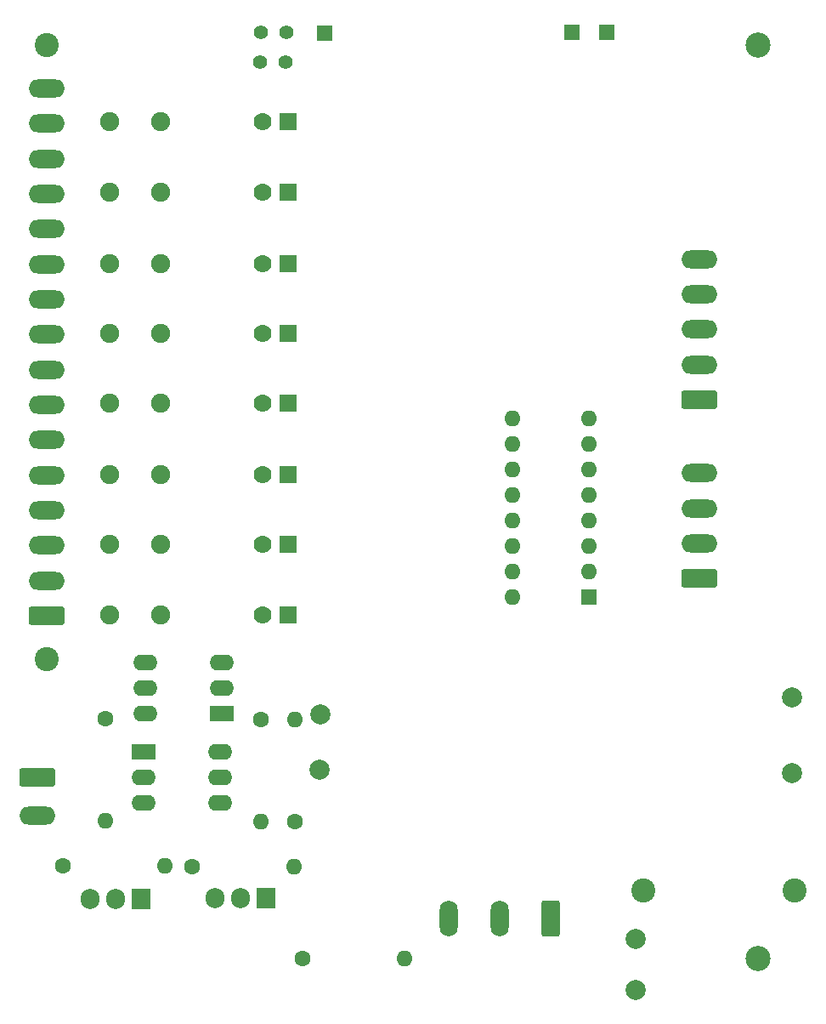
<source format=gbr>
%TF.GenerationSoftware,KiCad,Pcbnew,6.99.0-unknown-f8b157a1fb~149~ubuntu22.04.1*%
%TF.CreationDate,2022-08-25T07:22:00+02:00*%
%TF.ProjectId,in_out,696e5f6f-7574-42e6-9b69-6361645f7063,rev?*%
%TF.SameCoordinates,Original*%
%TF.FileFunction,Soldermask,Bot*%
%TF.FilePolarity,Negative*%
%FSLAX46Y46*%
G04 Gerber Fmt 4.6, Leading zero omitted, Abs format (unit mm)*
G04 Created by KiCad (PCBNEW 6.99.0-unknown-f8b157a1fb~149~ubuntu22.04.1) date 2022-08-25 07:22:00*
%MOMM*%
%LPD*%
G01*
G04 APERTURE LIST*
G04 Aperture macros list*
%AMRoundRect*
0 Rectangle with rounded corners*
0 $1 Rounding radius*
0 $2 $3 $4 $5 $6 $7 $8 $9 X,Y pos of 4 corners*
0 Add a 4 corners polygon primitive as box body*
4,1,4,$2,$3,$4,$5,$6,$7,$8,$9,$2,$3,0*
0 Add four circle primitives for the rounded corners*
1,1,$1+$1,$2,$3*
1,1,$1+$1,$4,$5*
1,1,$1+$1,$6,$7*
1,1,$1+$1,$8,$9*
0 Add four rect primitives between the rounded corners*
20,1,$1+$1,$2,$3,$4,$5,0*
20,1,$1+$1,$4,$5,$6,$7,0*
20,1,$1+$1,$6,$7,$8,$9,0*
20,1,$1+$1,$8,$9,$2,$3,0*%
G04 Aperture macros list end*
%ADD10C,1.600000*%
%ADD11O,1.600000X1.600000*%
%ADD12C,2.400000*%
%ADD13C,2.000000*%
%ADD14RoundRect,0.250000X1.550000X-0.650000X1.550000X0.650000X-1.550000X0.650000X-1.550000X-0.650000X0*%
%ADD15O,3.600000X1.800000*%
%ADD16R,2.400000X1.600000*%
%ADD17O,2.400000X1.600000*%
%ADD18R,1.500000X1.500000*%
%ADD19R,1.778000X1.778000*%
%ADD20C,1.778000*%
%ADD21C,1.900000*%
%ADD22C,2.500000*%
%ADD23R,1.905000X2.000000*%
%ADD24O,1.905000X2.000000*%
%ADD25C,1.400000*%
%ADD26RoundRect,0.250000X-1.550000X0.650000X-1.550000X-0.650000X1.550000X-0.650000X1.550000X0.650000X0*%
%ADD27R,1.600000X1.600000*%
%ADD28RoundRect,0.250000X0.650000X1.550000X-0.650000X1.550000X-0.650000X-1.550000X0.650000X-1.550000X0*%
%ADD29O,1.800000X3.600000*%
G04 APERTURE END LIST*
D10*
%TO.C,R1*%
X93470000Y-125450000D03*
D11*
X103629999Y-125449999D03*
%TD*%
D12*
%TO.C,C8*%
X153466800Y-127812800D03*
X138466800Y-127812800D03*
%TD*%
D10*
%TO.C,R2*%
X80568800Y-125425200D03*
D11*
X90728799Y-125425199D03*
%TD*%
D13*
%TO.C,F1*%
X137668000Y-132638800D03*
X137668000Y-137718800D03*
%TD*%
D10*
%TO.C,R3*%
X84800000Y-110720000D03*
D11*
X84799999Y-120879999D03*
%TD*%
D10*
%TO.C,R10*%
X104520000Y-134600000D03*
D11*
X114679999Y-134599999D03*
%TD*%
D13*
%TO.C,H1*%
X153263600Y-108661200D03*
%TD*%
D14*
%TO.C,J4*%
X144000000Y-96800000D03*
D15*
X143999999Y-93299999D03*
X143999999Y-89799999D03*
X143999999Y-86299999D03*
%TD*%
D16*
%TO.C,U3*%
X96407999Y-110220999D03*
D17*
X96407999Y-107680999D03*
X96407999Y-105140999D03*
X88787999Y-105140999D03*
X88787999Y-107680999D03*
X88787999Y-110220999D03*
%TD*%
D18*
%TO.C,TP2*%
X131299999Y-42449999D03*
%TD*%
D10*
%TO.C,R5*%
X100350000Y-110840000D03*
D11*
X100349999Y-120999999D03*
%TD*%
D19*
%TO.C,K1*%
X103009999Y-51322499D03*
D20*
X100470000Y-51322500D03*
D21*
X90310000Y-51322500D03*
X85230000Y-51322500D03*
%TD*%
D12*
%TO.C,J2*%
X78992500Y-104800000D03*
X78992500Y-43700000D03*
D14*
X78992500Y-100500000D03*
D15*
X78992499Y-96999999D03*
X78992499Y-93499999D03*
X78992499Y-89999999D03*
X78992499Y-86499999D03*
X78992499Y-82999999D03*
X78992499Y-79499999D03*
X78992499Y-75999999D03*
X78992499Y-72499999D03*
X78992499Y-68999999D03*
X78992499Y-65499999D03*
X78992499Y-61999999D03*
X78992499Y-58499999D03*
X78992499Y-54999999D03*
X78992499Y-51499999D03*
X78992499Y-47999999D03*
%TD*%
D13*
%TO.C,H4*%
X106200000Y-115800000D03*
%TD*%
%TO.C,H2*%
X153212800Y-116128800D03*
%TD*%
D22*
%TO.C,REF\u002A\u002A*%
X149860000Y-43688000D03*
%TD*%
D19*
%TO.C,K3*%
X103009999Y-65422499D03*
D20*
X100470000Y-65422500D03*
D21*
X90310000Y-65422500D03*
X85230000Y-65422500D03*
%TD*%
D23*
%TO.C,Q2*%
X100839999Y-128654999D03*
D24*
X98299999Y-128654999D03*
X95759999Y-128654999D03*
%TD*%
D25*
%TO.C,JP1*%
X102900000Y-42400000D03*
X100360000Y-42400000D03*
%TD*%
D19*
%TO.C,K2*%
X103009999Y-58322499D03*
D20*
X100470000Y-58322500D03*
D21*
X90310000Y-58322500D03*
X85230000Y-58322500D03*
%TD*%
D26*
%TO.C,J1*%
X78097500Y-116578100D03*
D15*
X78097499Y-120388099D03*
%TD*%
D10*
%TO.C,R9*%
X103700000Y-121000000D03*
D11*
X103699999Y-110839999D03*
%TD*%
D27*
%TO.C,U8*%
X132999999Y-98674999D03*
D11*
X132999999Y-96134999D03*
X132999999Y-93594999D03*
X132999999Y-91054999D03*
X132999999Y-88514999D03*
X132999999Y-85974999D03*
X132999999Y-83434999D03*
X132999999Y-80894999D03*
X125379999Y-80894999D03*
X125379999Y-83434999D03*
X125379999Y-85974999D03*
X125379999Y-88514999D03*
X125379999Y-91054999D03*
X125379999Y-93594999D03*
X125379999Y-96134999D03*
X125379999Y-98674999D03*
%TD*%
D28*
%TO.C,J5*%
X129235200Y-130606800D03*
D29*
X124155199Y-130606799D03*
X119075199Y-130606799D03*
%TD*%
D22*
%TO.C,REF\u002A\u002A*%
X149860000Y-134620000D03*
%TD*%
D18*
%TO.C,TP1*%
X134799999Y-42399999D03*
%TD*%
D16*
%TO.C,U2*%
X88630999Y-114060999D03*
D17*
X88630999Y-116600999D03*
X88630999Y-119140999D03*
X96250999Y-119140999D03*
X96250999Y-116600999D03*
X96250999Y-114060999D03*
%TD*%
D19*
%TO.C,K8*%
X103009999Y-100422499D03*
D20*
X100470000Y-100422500D03*
D21*
X90310000Y-100422500D03*
X85230000Y-100422500D03*
%TD*%
D25*
%TO.C,JP2*%
X102750000Y-45400000D03*
X100210000Y-45400000D03*
%TD*%
D19*
%TO.C,K4*%
X103009999Y-72422499D03*
D20*
X100470000Y-72422500D03*
D21*
X90310000Y-72422500D03*
X85230000Y-72422500D03*
%TD*%
D14*
%TO.C,J3*%
X144000000Y-79000000D03*
D15*
X143999999Y-75499999D03*
X143999999Y-71999999D03*
X143999999Y-68499999D03*
X143999999Y-64999999D03*
%TD*%
D19*
%TO.C,K5*%
X103009999Y-79322499D03*
D20*
X100470000Y-79322500D03*
D21*
X90310000Y-79322500D03*
X85230000Y-79322500D03*
%TD*%
D23*
%TO.C,Q1*%
X88349999Y-128699999D03*
D24*
X85809999Y-128699999D03*
X83269999Y-128699999D03*
%TD*%
D13*
%TO.C,H3*%
X106222800Y-110337600D03*
%TD*%
D19*
%TO.C,K7*%
X103009999Y-93422499D03*
D20*
X100470000Y-93422500D03*
D21*
X90310000Y-93422500D03*
X85230000Y-93422500D03*
%TD*%
D18*
%TO.C,TP3*%
X106649999Y-42499999D03*
%TD*%
D19*
%TO.C,K6*%
X103009999Y-86422499D03*
D20*
X100470000Y-86422500D03*
D21*
X90310000Y-86422500D03*
X85230000Y-86422500D03*
%TD*%
M02*

</source>
